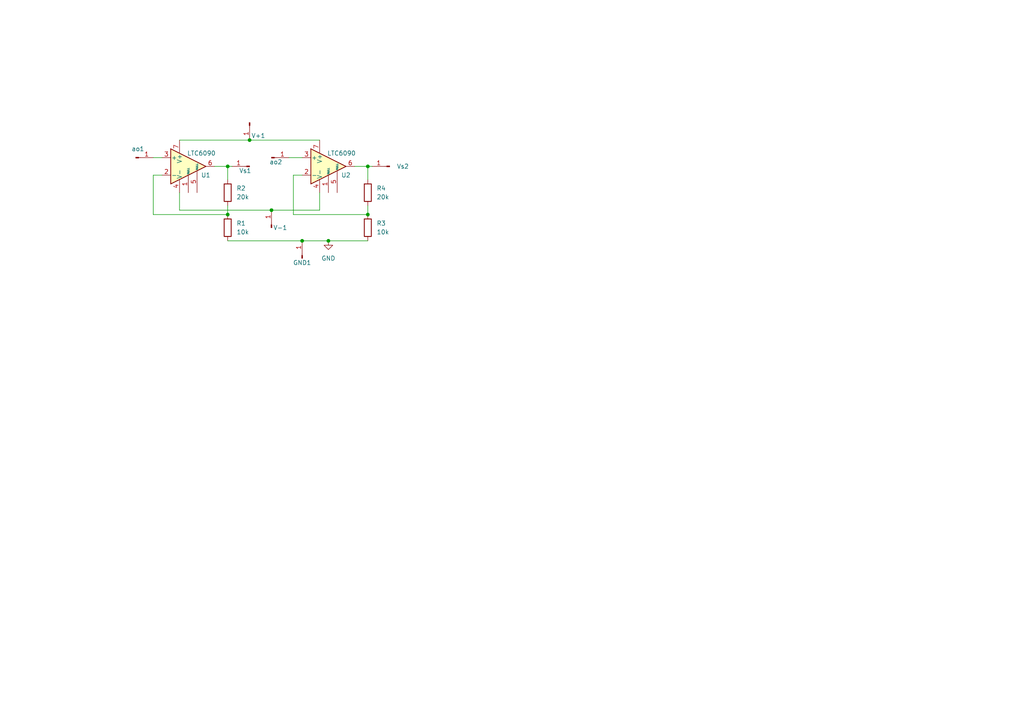
<source format=kicad_sch>
(kicad_sch (version 20230121) (generator eeschema)
  (paper "A4")
  (lib_symbols
    (symbol "Amplifier_Operational:LM741" (pin_names (offset 0.127))
      (property "Reference" "U1" (at 10.16 4.1909 0))
      (property "Value" "LM741" (at 10.16 1.6509 0))
      (symbol "LM741_0_1"
        (polyline (pts (xy -5.08 5.08) (xy 5.08 0) (xy -5.08 -5.08) (xy -5.08 5.08)) (stroke (width 0.254)) (fill (type background)))
      )
      (symbol "LM741_1_1"
        (pin input line (at 0 -7.62 90) (length 5.08) (name "NULL") (number "1"))
        (pin input line (at -7.62 -2.54 0) (length 2.54) (name "-") (number "2"))
        (pin input line (at -7.62 2.54 0) (length 2.54) (name "+") (number "3"))
        (pin power_in line (at -2.54 -7.62 90) (length 3.81) (name "V-") (number "4"))
        (pin input line (at 2.54 -7.62 90) (length 6.35) (name "NULL") (number "5"))
        (pin output line (at 7.62 0 180) (length 2.54) (name "~") (number "6"))
        (pin power_in line (at -2.54 7.62 270) (length 3.81) (name "V+") (number "7"))
        (pin input line (at 0 2.54 270) (length 2.54) hide (name "NC") (number "8"))
      )
    )
    (symbol "Connector:Conn_01x01_Pin" (pin_names (offset 1.016) hide)
      (property "Reference" "J" (at 0 2.54 0))
      (property "Value" "Conn_01x01_Pin" (at 0 -2.54 0))
      (symbol "Conn_01x01_Pin_1_1"
        (polyline (pts (xy 1.27 0) (xy 0.8636 0)) (stroke (width 0.1524)))
        (rectangle (start 0.8636 0.127) (end 0 -0.127) (stroke (width 0.1524)) (fill (type outline)))
        (pin passive line (at 5.08 0 180) (length 3.81) (name "Pin_1") (number "1"))
      )
    )
    (symbol "Device:R" (pin_numbers hide) (pin_names (offset 0))
      (property "Reference" "R" (at 2.032 0 90))
      (property "Value" "R" (at 0 0 90))
      (symbol "R_0_1"
        (rectangle (start -1.016 -2.54) (end 1.016 2.54) (stroke (width 0.254)))
      )
      (symbol "R_1_1"
        (pin passive line (at 0 3.81 270) (length 1.27) (name "~") (number "1"))
        (pin passive line (at 0 -3.81 90) (length 1.27) (name "~") (number "2"))
      )
    )
    (symbol "LM741_1" (pin_names (offset 0.127))
      (property "Reference" "U2" (at 10.16 4.1909 0))
      (property "Value" "LM741" (at 10.16 1.6509 0))
      (symbol "LM741_1_0_1"
        (polyline (pts (xy -5.08 5.08) (xy 5.08 0) (xy -5.08 -5.08) (xy -5.08 5.08)) (stroke (width 0.254)) (fill (type background)))
      )
      (symbol "LM741_1_1_1"
        (pin input line (at 0 -7.62 90) (length 5.08) (name "NULL") (number "1"))
        (pin input line (at -7.62 -2.54 0) (length 2.54) (name "-") (number "2"))
        (pin input line (at -7.62 2.54 0) (length 2.54) (name "+") (number "3"))
        (pin power_in line (at -2.54 -7.62 90) (length 3.81) (name "V-") (number "4"))
        (pin input line (at 2.54 -7.62 90) (length 6.35) (name "NULL") (number "5"))
        (pin output line (at 7.62 0 180) (length 2.54) (name "~") (number "6"))
        (pin power_in line (at -2.54 7.62 270) (length 3.81) (name "V+") (number "7"))
        (pin input line (at 0 2.54 270) (length 2.54) hide (name "NC") (number "8"))
      )
    )
    (symbol "power:GND" (power) (pin_names (offset 0))
      (property "Value" "GND" (at 0 -3.81 0))
      (symbol "GND_0_1"
        (polyline (pts (xy 0 0) (xy 0 -1.27) (xy 1.27 -1.27) (xy 0 -2.54) (xy -1.27 -1.27) (xy 0 -1.27)))
      )
      (symbol "GND_1_1"
        (pin power_in line (at 0 0 270) (length 0) hide (name "GND") (number "1"))
      )
    )
  )
  (junction (at 66.04 62.23))
  (junction (at 66.04 48.26))
  (junction (at 106.68 62.23))
  (junction (at 78.74 60.96))
  (junction (at 95.25 69.85))
  (junction (at 87.63 69.85))
  (junction (at 106.68 48.26))
  (junction (at 72.39 40.64))
  (wire (pts (xy 92.71 55.88) (xy 92.71 60.96)))
  (wire (pts (xy 66.04 59.69) (xy 66.04 62.23)))
  (wire (pts (xy 85.09 62.23) (xy 85.09 50.8)))
  (wire (pts (xy 83.82 45.72) (xy 87.63 45.72)))
  (wire (pts (xy 52.07 60.96) (xy 78.74 60.96)))
  (wire (pts (xy 44.45 50.8) (xy 46.99 50.8)))
  (wire (pts (xy 62.23 48.26) (xy 66.04 48.26)))
  (wire (pts (xy 85.09 50.8) (xy 87.63 50.8)))
  (wire (pts (xy 52.07 55.88) (xy 52.07 60.96)))
  (wire (pts (xy 66.04 69.85) (xy 87.63 69.85)))
  (wire (pts (xy 66.04 48.26) (xy 66.04 52.07)))
  (wire (pts (xy 66.04 48.26) (xy 67.31 48.26)))
  (wire (pts (xy 106.68 59.69) (xy 106.68 62.23)))
  (wire (pts (xy 92.71 60.96) (xy 78.74 60.96)))
  (wire (pts (xy 66.04 62.23) (xy 44.45 62.23)))
  (wire (pts (xy 95.25 69.85) (xy 106.68 69.85)))
  (wire (pts (xy 44.45 45.72) (xy 46.99 45.72)))
  (wire (pts (xy 72.39 40.64) (xy 92.71 40.64)))
  (wire (pts (xy 44.45 62.23) (xy 44.45 50.8)))
  (wire (pts (xy 106.68 48.26) (xy 106.68 52.07)))
  (wire (pts (xy 52.07 40.64) (xy 72.39 40.64)))
  (wire (pts (xy 106.68 48.26) (xy 107.95 48.26)))
  (wire (pts (xy 106.68 62.23) (xy 85.09 62.23)))
  (wire (pts (xy 87.63 69.85) (xy 95.25 69.85)))
  (wire (pts (xy 102.87 48.26) (xy 106.68 48.26)))
  (symbol (lib_id "Connector:Conn_01x01_Pin") (at 78.74 66.04 90) (unit 1)
    (property "Reference" "V-1" (at 81.28 66.04 90))
    (property "Value" "Conn_01x01_Pin" (effects hide))
    (property "Footprint" "Connector_Pin:Pin_D0.7mm_L6.5mm_W1.8mm_FlatFork" (effects hide))
  )
  (symbol (lib_id "Device:R") (at 106.68 55.88 0) (unit 1)
    (property "Reference" "R4" (at 109.22 54.61 0) (effects (justify left)))
    (property "Value" "20k" (at 109.22 57.15 0) (effects (justify left)))
    (property "Footprint" "Resistor_THT:R_Axial_DIN0207_L6.3mm_D2.5mm_P7.62mm_Horizontal" (effects hide))
  )
  (symbol (lib_id "Connector:Conn_01x01_Pin") (at 39.37 45.72 0) (unit 1)
    (property "Reference" "ao1" (at 40.005 43.18 0))
    (property "Value" "Conn_01x01_Pin" (effects hide))
    (property "Footprint" "Connector_Pin:Pin_D0.7mm_L6.5mm_W1.8mm_FlatFork" (effects hide))
  )
  (symbol (lib_id "Device:R") (at 66.04 66.04 0) (unit 1)
    (property "Reference" "R1" (at 68.58 64.77 0) (effects (justify left)))
    (property "Value" "10k" (at 68.58 67.31 0) (effects (justify left)))
    (property "Footprint" "Resistor_THT:R_Axial_DIN0207_L6.3mm_D2.5mm_P7.62mm_Horizontal" (effects hide))
  )
  (symbol (lib_id "Device:R") (at 66.04 55.88 0) (unit 1)
    (property "Reference" "R2" (at 68.58 54.61 0) (effects (justify left)))
    (property "Value" "20k" (at 68.58 57.15 0) (effects (justify left)))
    (property "Footprint" "Resistor_THT:R_Axial_DIN0207_L6.3mm_D2.5mm_P7.62mm_Horizontal" (effects hide))
  )
  (symbol (lib_id "Connector:Conn_01x01_Pin") (at 72.39 48.26 180) (unit 1)
    (property "Reference" "Vs1" (at 71.12 49.53 0))
    (property "Value" "Conn_01x01_Pin" (effects hide))
    (property "Footprint" "Connector_Pin:Pin_D0.7mm_L6.5mm_W1.8mm_FlatFork" (effects hide))
  )
  (symbol (lib_id "Connector:Conn_01x01_Pin") (at 72.39 35.56 270) (unit 1)
    (property "Reference" "V+1" (at 74.93 39.37 90))
    (property "Value" "Conn_01x01_Pin" (effects hide))
    (property "Footprint" "Connector_Pin:Pin_D0.7mm_L6.5mm_W1.8mm_FlatFork" (effects hide))
  )
  (symbol (lib_id "power:GND") (at 95.25 69.85 0) (unit 1)
    (property "Reference" "#PWR01" (effects hide))
    (property "Value" "GND" (at 95.25 74.93 0))
  )
  (symbol (lib_id "Connector:Conn_01x01_Pin") (at 78.74 45.72 0) (unit 1)
    (property "Reference" "ao2" (at 80.01 46.99 0))
    (property "Value" "Conn_01x01_Pin" (effects hide))
    (property "Footprint" "Connector_Pin:Pin_D0.7mm_L6.5mm_W1.8mm_FlatFork" (effects hide))
  )
  (symbol (lib_id "Amplifier_Operational:LM741") (at 54.61 48.26 0) (unit 1)
    (property "Reference" "U1" (at 59.69 50.8 0))
    (property "Value" "LTC6090" (at 58.42 44.45 0))
    (property "Footprint" "Package_SO:SOIC-8_3.9x4.9mm_P1.27mm" (effects hide))
    (property "Datasheet" "http://www.ti.com/lit/ds/symlink/lm741.pdf" (effects hide))
  )
  (symbol (lib_id "Connector:Conn_01x01_Pin") (at 113.03 48.26 180) (unit 1)
    (property "Reference" "Vs2" (at 116.84 48.26 0))
    (property "Value" "Conn_01x01_Pin" (effects hide))
    (property "Footprint" "Connector_Pin:Pin_D0.7mm_L6.5mm_W1.8mm_FlatFork" (effects hide))
  )
  (symbol (lib_id "Device:R") (at 106.68 66.04 0) (unit 1)
    (property "Reference" "R3" (at 109.22 64.77 0) (effects (justify left)))
    (property "Value" "10k" (at 109.22 67.31 0) (effects (justify left)))
    (property "Footprint" "Resistor_THT:R_Axial_DIN0207_L6.3mm_D2.5mm_P7.62mm_Horizontal" (effects hide))
  )
  (symbol (lib_name "LM741_1") (lib_id "Amplifier_Operational:LM741") (at 95.25 48.26 0) (unit 1)
    (property "Reference" "U2" (at 100.33 50.8 0))
    (property "Value" "LTC6090" (at 99.06 44.45 0))
    (property "Footprint" "Package_SO:SOIC-8_3.9x4.9mm_P1.27mm" (effects hide))
    (property "Datasheet" "http://www.ti.com/lit/ds/symlink/lm741.pdf" (effects hide))
  )
  (symbol (lib_id "Connector:Conn_01x01_Pin") (at 87.63 74.93 90) (unit 1)
    (property "Reference" "GND1" (at 87.63 76.2 90))
    (property "Value" "Conn_01x01_Pin" (effects hide))
    (property "Footprint" "Connector_Pin:Pin_D0.7mm_L6.5mm_W1.8mm_FlatFork" (effects hide))
  )
)
</source>
